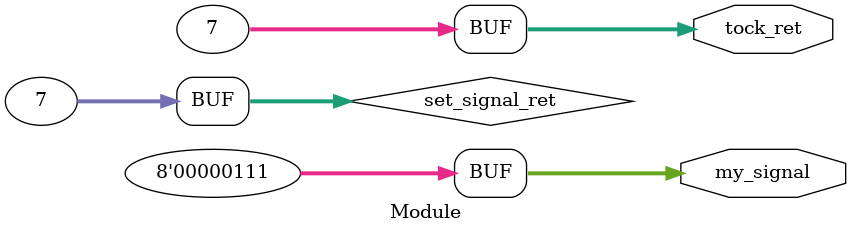
<source format=sv>
`include "metron/metron_tools.sv"


module Module
(
  // output signals
  output logic[7:0] my_signal,
  output int tock_ret
);
/*public:*/


  always_comb begin : tock
    set_signal(get_number());
    tock_ret = set_signal_ret;
  end

/*private:*/

  function logic[7:0] get_number() /*const*/;
    get_number = 7;
  endfunction

  int set_signal_ret;
  task automatic set_signal(logic[7:0] number);
    my_signal = number;
    set_signal_ret = my_signal;
  endtask

endmodule

</source>
